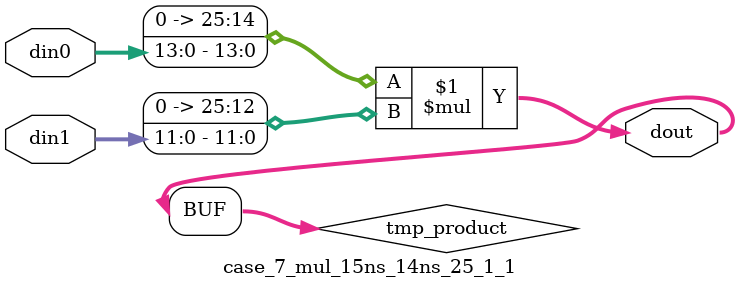
<source format=v>

`timescale 1 ns / 1 ps

 (* use_dsp = "no" *)  module case_7_mul_15ns_14ns_25_1_1(din0, din1, dout);
parameter ID = 1;
parameter NUM_STAGE = 0;
parameter din0_WIDTH = 14;
parameter din1_WIDTH = 12;
parameter dout_WIDTH = 26;

input [din0_WIDTH - 1 : 0] din0; 
input [din1_WIDTH - 1 : 0] din1; 
output [dout_WIDTH - 1 : 0] dout;

wire signed [dout_WIDTH - 1 : 0] tmp_product;
























assign tmp_product = $signed({1'b0, din0}) * $signed({1'b0, din1});











assign dout = tmp_product;





















endmodule

</source>
